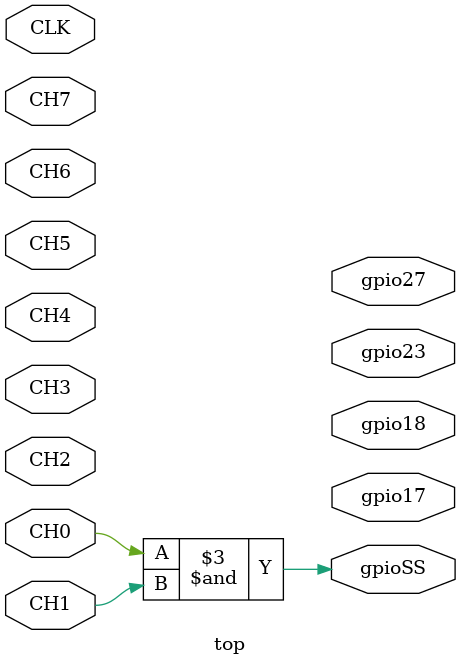
<source format=v>
/* module */
module top (CH0, 
            CH1, 
            CH2, 
            CH3, 
            CH4, 
            CH5, 
            CH6, 
            CH7, 
            // gpioSDO, 
            // gpioSDI, 
            // gpioSCK, 
            gpioSS, 
            gpio27,
            gpio23,
            gpio18,
            gpio17,
            CLK
        );
    
    input CH0;
    input CH1;
    input CH2;
    input CH3;
    input CH4;
    input CH5;
    input CH6;
    input CH7;
    input CLK;  

    // output gpioSDO;
    // output gpioSDI;
    // output gpioSCK;
    output gpioSS;
    output gpio27;  
    output gpio23;  
    output gpio18;  
    output gpio17;  

    reg [15:0] counterCh0;

    always @(posedge CLK)
        counterCh0 <= counterCh0 + 1;

    assign gpioSS   = CH0 & CH1;
    // assign gpioSDI  = CH0 && CH2;
    // assign gpioSCK  = CH0 && CH1 && CH2;
    // assign gpioSS   = CH3 && CH4;
    // assign gpio01   = CH0 && CH1 && CH2 && CH3 && CH4;

endmodule
</source>
